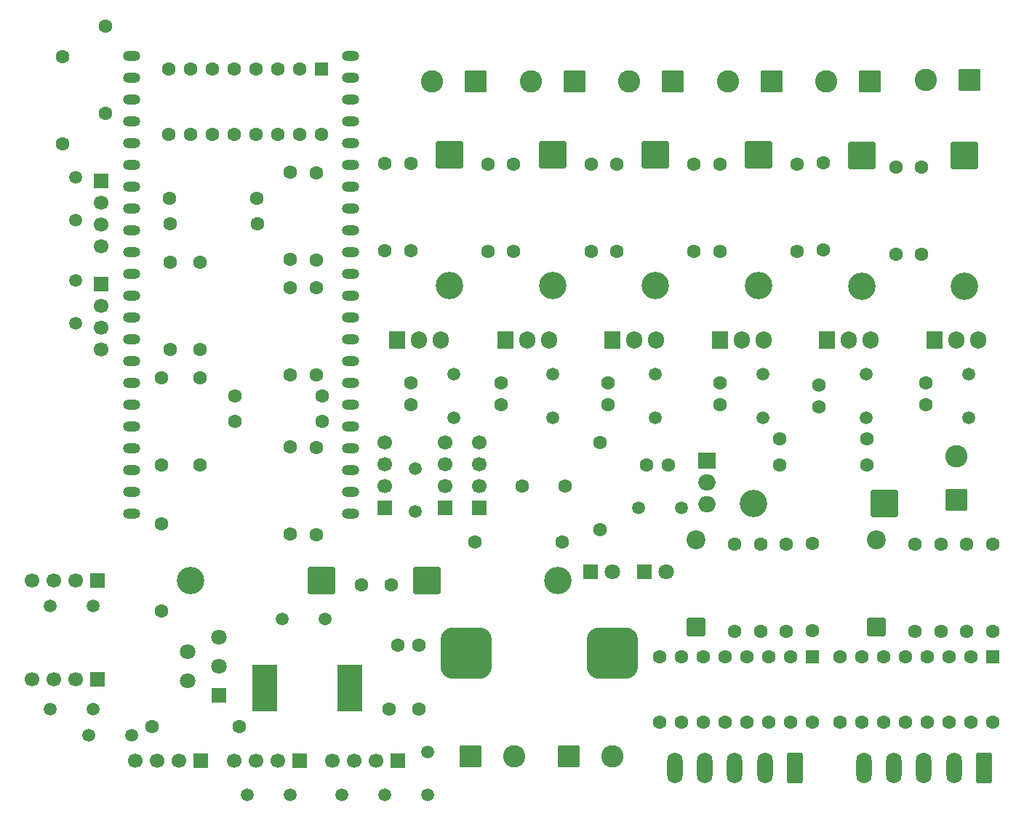
<source format=gts>
G04 #@! TF.GenerationSoftware,KiCad,Pcbnew,9.0.7*
G04 #@! TF.CreationDate,2026-02-01T12:24:03+05:30*
G04 #@! TF.ProjectId,motherboard_sub,6d6f7468-6572-4626-9f61-72645f737562,rev?*
G04 #@! TF.SameCoordinates,Original*
G04 #@! TF.FileFunction,Soldermask,Top*
G04 #@! TF.FilePolarity,Negative*
%FSLAX46Y46*%
G04 Gerber Fmt 4.6, Leading zero omitted, Abs format (unit mm)*
G04 Created by KiCad (PCBNEW 9.0.7) date 2026-02-01 12:24:03*
%MOMM*%
%LPD*%
G01*
G04 APERTURE LIST*
G04 Aperture macros list*
%AMRoundRect*
0 Rectangle with rounded corners*
0 $1 Rounding radius*
0 $2 $3 $4 $5 $6 $7 $8 $9 X,Y pos of 4 corners*
0 Add a 4 corners polygon primitive as box body*
4,1,4,$2,$3,$4,$5,$6,$7,$8,$9,$2,$3,0*
0 Add four circle primitives for the rounded corners*
1,1,$1+$1,$2,$3*
1,1,$1+$1,$4,$5*
1,1,$1+$1,$6,$7*
1,1,$1+$1,$8,$9*
0 Add four rect primitives between the rounded corners*
20,1,$1+$1,$2,$3,$4,$5,0*
20,1,$1+$1,$4,$5,$6,$7,0*
20,1,$1+$1,$6,$7,$8,$9,0*
20,1,$1+$1,$8,$9,$2,$3,0*%
G04 Aperture macros list end*
%ADD10C,1.600000*%
%ADD11R,1.700000X1.700000*%
%ADD12C,1.700000*%
%ADD13C,1.500000*%
%ADD14O,2.000000X1.200000*%
%ADD15R,1.800000X1.800000*%
%ADD16C,1.800000*%
%ADD17RoundRect,0.250000X-0.550000X0.550000X-0.550000X-0.550000X0.550000X-0.550000X0.550000X0.550000X0*%
%ADD18R,2.900000X5.400000*%
%ADD19R,2.000000X1.905000*%
%ADD20O,2.000000X1.905000*%
%ADD21RoundRect,0.250000X1.050000X-1.050000X1.050000X1.050000X-1.050000X1.050000X-1.050000X-1.050000X0*%
%ADD22C,2.600000*%
%ADD23RoundRect,0.250000X1.350000X1.350000X-1.350000X1.350000X-1.350000X-1.350000X1.350000X-1.350000X0*%
%ADD24C,3.200000*%
%ADD25RoundRect,0.250000X1.050000X1.050000X-1.050000X1.050000X-1.050000X-1.050000X1.050000X-1.050000X0*%
%ADD26RoundRect,0.250000X-1.350000X1.350000X-1.350000X-1.350000X1.350000X-1.350000X1.350000X1.350000X0*%
%ADD27R,1.905000X2.000000*%
%ADD28O,1.905000X2.000000*%
%ADD29RoundRect,0.249999X0.850001X-0.850001X0.850001X0.850001X-0.850001X0.850001X-0.850001X-0.850001X0*%
%ADD30C,2.200000*%
%ADD31RoundRect,0.250000X-1.050000X-1.050000X1.050000X-1.050000X1.050000X1.050000X-1.050000X1.050000X0*%
%ADD32RoundRect,0.250000X-1.350000X-1.350000X1.350000X-1.350000X1.350000X1.350000X-1.350000X1.350000X0*%
%ADD33RoundRect,0.250000X0.650000X1.550000X-0.650000X1.550000X-0.650000X-1.550000X0.650000X-1.550000X0*%
%ADD34O,1.800000X3.600000*%
%ADD35RoundRect,1.500000X-1.500000X-1.500000X1.500000X-1.500000X1.500000X1.500000X-1.500000X1.500000X0*%
G04 APERTURE END LIST*
D10*
X41000000Y-91920000D03*
X41000000Y-102080000D03*
D11*
X32500000Y-129000000D03*
D12*
X29960000Y-129000000D03*
X27420000Y-129000000D03*
X24880000Y-129000000D03*
D11*
X67540000Y-150000000D03*
D12*
X65000000Y-150000000D03*
X62460000Y-150000000D03*
X59920000Y-150000000D03*
D11*
X56080000Y-150000000D03*
D12*
X53540000Y-150000000D03*
X51000000Y-150000000D03*
X48460000Y-150000000D03*
D11*
X44580000Y-150000000D03*
D12*
X42040000Y-150000000D03*
X39500000Y-150000000D03*
X36960000Y-150000000D03*
D11*
X32500000Y-140500000D03*
D12*
X29960000Y-140500000D03*
X27420000Y-140500000D03*
X24880000Y-140500000D03*
D13*
X27000000Y-144000000D03*
X32000000Y-144000000D03*
X61000000Y-154000000D03*
X66000000Y-154000000D03*
D14*
X62000000Y-121210000D03*
X62000000Y-118670000D03*
X62000000Y-116130000D03*
X62000000Y-113590000D03*
X62000000Y-111050000D03*
X62000000Y-108510000D03*
X62000000Y-105970000D03*
X62000000Y-103430000D03*
X62000000Y-100890000D03*
X62000000Y-98350000D03*
X62000000Y-95790000D03*
X62000000Y-93250000D03*
X62000000Y-90710000D03*
X62000000Y-88170000D03*
X62000000Y-85630000D03*
X62000000Y-83090000D03*
X62000000Y-80550000D03*
X62000000Y-78010000D03*
X62000000Y-75470000D03*
X62000000Y-72930000D03*
X62000000Y-70390000D03*
X62000000Y-67850000D03*
X36500000Y-121210000D03*
X36500000Y-118670000D03*
X36500000Y-116130000D03*
X36500000Y-113590000D03*
X36500000Y-111050000D03*
X36500000Y-108510000D03*
X36500000Y-105970000D03*
X36500000Y-103430000D03*
X36500000Y-100890000D03*
X36500000Y-98350000D03*
X36500000Y-95790000D03*
X36500000Y-93250000D03*
X36500000Y-90710000D03*
X36500000Y-85630000D03*
X36500000Y-83090000D03*
X36500000Y-80550000D03*
X36500000Y-78010000D03*
X36500000Y-75470000D03*
X36500000Y-72930000D03*
X36500000Y-70390000D03*
X36500000Y-67850000D03*
X36500000Y-88170000D03*
D11*
X66000000Y-120500000D03*
D12*
X66000000Y-117960000D03*
X66000000Y-115420000D03*
X66000000Y-112880000D03*
D11*
X33000000Y-94460000D03*
D12*
X33000000Y-97000000D03*
X33000000Y-99540000D03*
X33000000Y-102080000D03*
D11*
X73000000Y-120540000D03*
D12*
X73000000Y-118000000D03*
X73000000Y-115460000D03*
X73000000Y-112920000D03*
D11*
X33000000Y-82460000D03*
D12*
X33000000Y-85000000D03*
X33000000Y-87540000D03*
X33000000Y-90080000D03*
D11*
X77000000Y-120500000D03*
D12*
X77000000Y-117960000D03*
X77000000Y-115420000D03*
X77000000Y-112880000D03*
D10*
X76500000Y-124500000D03*
X86660000Y-124500000D03*
D15*
X89960000Y-128000000D03*
D16*
X92500000Y-128000000D03*
D15*
X46700000Y-142400000D03*
D16*
X43000000Y-140700000D03*
X46700000Y-139000000D03*
X43000000Y-137300000D03*
X46700000Y-135600000D03*
D17*
X58580000Y-69380000D03*
D10*
X56040000Y-69380000D03*
X53500000Y-69380000D03*
X50960000Y-69380000D03*
X48420000Y-69380000D03*
X45880000Y-69380000D03*
X43340000Y-69380000D03*
X40800000Y-69380000D03*
X40800000Y-77000000D03*
X43340000Y-77000000D03*
X45880000Y-77000000D03*
X48420000Y-77000000D03*
X50960000Y-77000000D03*
X53500000Y-77000000D03*
X56040000Y-77000000D03*
X58580000Y-77000000D03*
X44500000Y-102080000D03*
X44500000Y-91920000D03*
X28500000Y-68000000D03*
X28500000Y-78160000D03*
X33500000Y-64420000D03*
X33500000Y-74580000D03*
D18*
X52050000Y-141500000D03*
X61950000Y-141500000D03*
D13*
X30000000Y-87040000D03*
X30000000Y-82040000D03*
D19*
X103500000Y-115000000D03*
D20*
X103500000Y-117540000D03*
X103500000Y-120080000D03*
D10*
X96500000Y-115500000D03*
X99000000Y-115500000D03*
D21*
X132500000Y-119580000D03*
D22*
X132500000Y-114500000D03*
D10*
X111920000Y-112500000D03*
X122080000Y-112500000D03*
X111920000Y-115500000D03*
X122080000Y-115500000D03*
D23*
X124120000Y-120000000D03*
D24*
X108880000Y-120000000D03*
D13*
X95500000Y-120500000D03*
X100500000Y-120500000D03*
D10*
X66000000Y-90580000D03*
X66000000Y-80420000D03*
D25*
X111045000Y-70832500D03*
D22*
X105965000Y-70832500D03*
D25*
X134010000Y-70665000D03*
D22*
X128930000Y-70665000D03*
D10*
X105000000Y-90660000D03*
X105000000Y-80500000D03*
D26*
X73500000Y-79380000D03*
D24*
X73500000Y-94620000D03*
D27*
X117460000Y-101000000D03*
D28*
X120000000Y-101000000D03*
X122540000Y-101000000D03*
D10*
X70000000Y-144000000D03*
X66500000Y-144000000D03*
X67500000Y-136500000D03*
X70000000Y-136500000D03*
D13*
X71000000Y-149000000D03*
X71000000Y-154000000D03*
D10*
X58000000Y-81500000D03*
X58000000Y-91660000D03*
D29*
X123240000Y-134460000D03*
D30*
X123240000Y-124300000D03*
D13*
X122000000Y-105000000D03*
X122000000Y-110000000D03*
D10*
X41000000Y-87420000D03*
X51160000Y-87420000D03*
D27*
X129960000Y-100950000D03*
D28*
X132500000Y-100950000D03*
X135040000Y-100950000D03*
D10*
X58000000Y-123660000D03*
X58000000Y-113500000D03*
D25*
X88045000Y-70832500D03*
D22*
X82965000Y-70832500D03*
D15*
X96225000Y-128000000D03*
D16*
X98765000Y-128000000D03*
D10*
X44500000Y-115580000D03*
X44500000Y-105420000D03*
X49080000Y-146000000D03*
X38920000Y-146000000D03*
X51080000Y-84500000D03*
X40920000Y-84500000D03*
D13*
X97500000Y-105000000D03*
X97500000Y-110000000D03*
X31500000Y-147000000D03*
X36500000Y-147000000D03*
D25*
X122465000Y-70832500D03*
D22*
X117385000Y-70832500D03*
D10*
X129000000Y-106000000D03*
X129000000Y-108500000D03*
D27*
X92500000Y-101000000D03*
D28*
X95040000Y-101000000D03*
X97580000Y-101000000D03*
D31*
X87420000Y-149500000D03*
D22*
X92500000Y-149500000D03*
D17*
X115780000Y-137880000D03*
D10*
X113240000Y-137880000D03*
X110700000Y-137880000D03*
X108160000Y-137880000D03*
X105620000Y-137880000D03*
X103080000Y-137880000D03*
X100540000Y-137880000D03*
X98000000Y-137880000D03*
X98000000Y-145500000D03*
X100540000Y-145500000D03*
X103080000Y-145500000D03*
X105620000Y-145500000D03*
X108160000Y-145500000D03*
X110700000Y-145500000D03*
X113240000Y-145500000D03*
X115780000Y-145500000D03*
X55000000Y-94920000D03*
X55000000Y-105080000D03*
X133740000Y-134960000D03*
X133740000Y-124800000D03*
X55000000Y-113420000D03*
X55000000Y-123580000D03*
D13*
X134000000Y-105000000D03*
X134000000Y-110000000D03*
D25*
X76545000Y-70832500D03*
D22*
X71465000Y-70832500D03*
D10*
X58000000Y-105080000D03*
X58000000Y-94920000D03*
X116500000Y-106250000D03*
X116500000Y-108750000D03*
X81000000Y-90660000D03*
X81000000Y-80500000D03*
X69000000Y-90580000D03*
X69000000Y-80420000D03*
X40000000Y-132580000D03*
X40000000Y-122420000D03*
D31*
X76000000Y-149500000D03*
D22*
X81080000Y-149500000D03*
D10*
X91000000Y-112920000D03*
X91000000Y-123080000D03*
X48500000Y-107500000D03*
X58660000Y-107500000D03*
D32*
X70880000Y-129000000D03*
D24*
X86120000Y-129000000D03*
D26*
X109500000Y-79380000D03*
D24*
X109500000Y-94620000D03*
D10*
X115740000Y-134880000D03*
X115740000Y-124720000D03*
X48500000Y-110500000D03*
X58660000Y-110500000D03*
X105000000Y-106000000D03*
X105000000Y-108500000D03*
D33*
X113740000Y-150880000D03*
D34*
X110240000Y-150880000D03*
X106740000Y-150880000D03*
X103240000Y-150880000D03*
X99740000Y-150880000D03*
D10*
X106740000Y-134960000D03*
X106740000Y-124800000D03*
D26*
X97500000Y-79380000D03*
D24*
X97500000Y-94620000D03*
D33*
X135740000Y-150880000D03*
D34*
X132240000Y-150880000D03*
X128740000Y-150880000D03*
X125240000Y-150880000D03*
X121740000Y-150880000D03*
D10*
X117000000Y-90500000D03*
X117000000Y-80340000D03*
D26*
X85500000Y-79380000D03*
D24*
X85500000Y-94620000D03*
D10*
X63250000Y-129500000D03*
X66750000Y-129500000D03*
X55000000Y-91580000D03*
X55000000Y-81420000D03*
X78000000Y-90660000D03*
X78000000Y-80500000D03*
X128500000Y-91000000D03*
X128500000Y-80840000D03*
D13*
X110000000Y-105000000D03*
X110000000Y-110000000D03*
X55000000Y-154000000D03*
X50000000Y-154000000D03*
X69500000Y-121000000D03*
X69500000Y-116000000D03*
D10*
X127740000Y-134960000D03*
X127740000Y-124800000D03*
D23*
X58620000Y-129000000D03*
D24*
X43380000Y-129000000D03*
D10*
X92000000Y-106000000D03*
X92000000Y-108500000D03*
D29*
X102240000Y-134460000D03*
D30*
X102240000Y-124300000D03*
D13*
X59000000Y-133500000D03*
X54000000Y-133500000D03*
D27*
X105000000Y-101000000D03*
D28*
X107540000Y-101000000D03*
X110080000Y-101000000D03*
D10*
X79500000Y-106000000D03*
X79500000Y-108500000D03*
X114000000Y-90660000D03*
X114000000Y-80500000D03*
X136740000Y-134960000D03*
X136740000Y-124800000D03*
D35*
X75500000Y-137500000D03*
X92500000Y-137500000D03*
D27*
X67460000Y-101000000D03*
D28*
X70000000Y-101000000D03*
X72540000Y-101000000D03*
D10*
X112740000Y-134960000D03*
X112740000Y-124800000D03*
D13*
X85500000Y-105000000D03*
X85500000Y-110000000D03*
X32000000Y-132000000D03*
X27000000Y-132000000D03*
D10*
X109740000Y-134960000D03*
X109740000Y-124800000D03*
D25*
X99545000Y-70832500D03*
D22*
X94465000Y-70832500D03*
D13*
X30000000Y-94000000D03*
X30000000Y-99000000D03*
D10*
X130725000Y-134960000D03*
X130725000Y-124800000D03*
X82000000Y-118000000D03*
X87000000Y-118000000D03*
X90000000Y-90660000D03*
X90000000Y-80500000D03*
D26*
X121500000Y-79500000D03*
D24*
X121500000Y-94740000D03*
D27*
X80000000Y-101000000D03*
D28*
X82540000Y-101000000D03*
X85080000Y-101000000D03*
D10*
X69000000Y-106000000D03*
X69000000Y-108500000D03*
D13*
X74000000Y-105000000D03*
X74000000Y-110000000D03*
D26*
X133500000Y-79500000D03*
D24*
X133500000Y-94740000D03*
D10*
X102000000Y-90660000D03*
X102000000Y-80500000D03*
X93000000Y-90660000D03*
X93000000Y-80500000D03*
X125500000Y-91000000D03*
X125500000Y-80840000D03*
D17*
X136740000Y-137880000D03*
D10*
X134200000Y-137880000D03*
X131660000Y-137880000D03*
X129120000Y-137880000D03*
X126580000Y-137880000D03*
X124040000Y-137880000D03*
X121500000Y-137880000D03*
X118960000Y-137880000D03*
X118960000Y-145500000D03*
X121500000Y-145500000D03*
X124040000Y-145500000D03*
X126580000Y-145500000D03*
X129120000Y-145500000D03*
X131660000Y-145500000D03*
X134200000Y-145500000D03*
X136740000Y-145500000D03*
X40000000Y-105420000D03*
X40000000Y-115580000D03*
M02*

</source>
